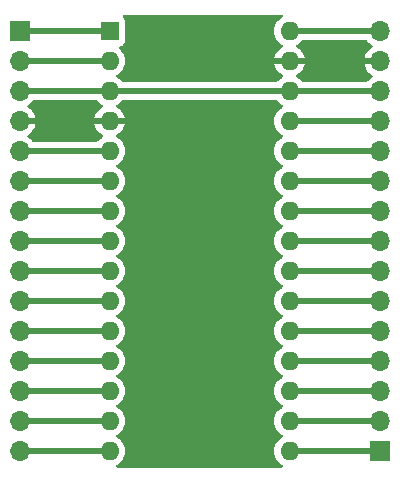
<source format=gbr>
%TF.GenerationSoftware,KiCad,Pcbnew,(6.0.11-0)*%
%TF.CreationDate,2023-01-30T19:10:04-05:00*%
%TF.ProjectId,Nano-Breakout,4e616e6f-2d42-4726-9561-6b6f75742e6b,1.0.0*%
%TF.SameCoordinates,Original*%
%TF.FileFunction,Copper,L1,Top*%
%TF.FilePolarity,Positive*%
%FSLAX46Y46*%
G04 Gerber Fmt 4.6, Leading zero omitted, Abs format (unit mm)*
G04 Created by KiCad (PCBNEW (6.0.11-0)) date 2023-01-30 19:10:04*
%MOMM*%
%LPD*%
G01*
G04 APERTURE LIST*
%TA.AperFunction,ComponentPad*%
%ADD10R,1.700000X1.700000*%
%TD*%
%TA.AperFunction,ComponentPad*%
%ADD11O,1.700000X1.700000*%
%TD*%
%TA.AperFunction,ComponentPad*%
%ADD12R,1.600000X1.600000*%
%TD*%
%TA.AperFunction,ComponentPad*%
%ADD13O,1.600000X1.600000*%
%TD*%
%TA.AperFunction,Conductor*%
%ADD14C,0.500000*%
%TD*%
G04 APERTURE END LIST*
D10*
%TO.P,J102,1,Pin_1*%
%TO.N,/D13*%
X163890000Y-107950000D03*
D11*
%TO.P,J102,2,Pin_2*%
%TO.N,+3V3*%
X163890000Y-105410000D03*
%TO.P,J102,3,Pin_3*%
%TO.N,Net-(A101-Pad18)*%
X163890000Y-102870000D03*
%TO.P,J102,4,Pin_4*%
%TO.N,Net-(A101-Pad19)*%
X163890000Y-100330000D03*
%TO.P,J102,5,Pin_5*%
%TO.N,Net-(A101-Pad20)*%
X163890000Y-97790000D03*
%TO.P,J102,6,Pin_6*%
%TO.N,Net-(A101-Pad21)*%
X163890000Y-95250000D03*
%TO.P,J102,7,Pin_7*%
%TO.N,Net-(A101-Pad22)*%
X163890000Y-92710000D03*
%TO.P,J102,8,Pin_8*%
%TO.N,Net-(A101-Pad23)*%
X163890000Y-90170000D03*
%TO.P,J102,9,Pin_9*%
%TO.N,Net-(A101-Pad24)*%
X163890000Y-87630000D03*
%TO.P,J102,10,Pin_10*%
%TO.N,Net-(A101-Pad25)*%
X163890000Y-85090000D03*
%TO.P,J102,11,Pin_11*%
%TO.N,Net-(A101-Pad26)*%
X163890000Y-82550000D03*
%TO.P,J102,12,Pin_12*%
%TO.N,+5V*%
X163890000Y-80010000D03*
%TO.P,J102,13,Pin_13*%
%TO.N,/~{RESET}*%
X163890000Y-77470000D03*
%TO.P,J102,14,Pin_14*%
%TO.N,GND*%
X163890000Y-74930000D03*
%TO.P,J102,15,Pin_15*%
%TO.N,VCC*%
X163890000Y-72390000D03*
%TD*%
D12*
%TO.P,A101,1,D1/TX*%
%TO.N,Net-(A101-Pad1)*%
X140970000Y-72390000D03*
D13*
%TO.P,A101,2,D0/RX*%
%TO.N,Net-(A101-Pad2)*%
X140970000Y-74930000D03*
%TO.P,A101,3,~{RESET}*%
%TO.N,/~{RESET}*%
X140970000Y-77470000D03*
%TO.P,A101,4,GND*%
%TO.N,GND*%
X140970000Y-80010000D03*
%TO.P,A101,5,D2*%
%TO.N,Net-(A101-Pad5)*%
X140970000Y-82550000D03*
%TO.P,A101,6,D3*%
%TO.N,Net-(A101-Pad6)*%
X140970000Y-85090000D03*
%TO.P,A101,7,D4*%
%TO.N,Net-(A101-Pad7)*%
X140970000Y-87630000D03*
%TO.P,A101,8,D5*%
%TO.N,Net-(A101-Pad8)*%
X140970000Y-90170000D03*
%TO.P,A101,9,D6*%
%TO.N,Net-(A101-Pad9)*%
X140970000Y-92710000D03*
%TO.P,A101,10,D7*%
%TO.N,Net-(A101-Pad10)*%
X140970000Y-95250000D03*
%TO.P,A101,11,D8*%
%TO.N,Net-(A101-Pad11)*%
X140970000Y-97790000D03*
%TO.P,A101,12,D9*%
%TO.N,Net-(A101-Pad12)*%
X140970000Y-100330000D03*
%TO.P,A101,13,D10*%
%TO.N,Net-(A101-Pad13)*%
X140970000Y-102870000D03*
%TO.P,A101,14,D11*%
%TO.N,Net-(A101-Pad14)*%
X140970000Y-105410000D03*
%TO.P,A101,15,D12*%
%TO.N,Net-(A101-Pad15)*%
X140970000Y-107950000D03*
%TO.P,A101,16,D13*%
%TO.N,/D13*%
X156210000Y-107950000D03*
%TO.P,A101,17,3V3*%
%TO.N,+3V3*%
X156210000Y-105410000D03*
%TO.P,A101,18,AREF*%
%TO.N,Net-(A101-Pad18)*%
X156210000Y-102870000D03*
%TO.P,A101,19,A0*%
%TO.N,Net-(A101-Pad19)*%
X156210000Y-100330000D03*
%TO.P,A101,20,A1*%
%TO.N,Net-(A101-Pad20)*%
X156210000Y-97790000D03*
%TO.P,A101,21,A2*%
%TO.N,Net-(A101-Pad21)*%
X156210000Y-95250000D03*
%TO.P,A101,22,A3*%
%TO.N,Net-(A101-Pad22)*%
X156210000Y-92710000D03*
%TO.P,A101,23,A4*%
%TO.N,Net-(A101-Pad23)*%
X156210000Y-90170000D03*
%TO.P,A101,24,A5*%
%TO.N,Net-(A101-Pad24)*%
X156210000Y-87630000D03*
%TO.P,A101,25,A6*%
%TO.N,Net-(A101-Pad25)*%
X156210000Y-85090000D03*
%TO.P,A101,26,A7*%
%TO.N,Net-(A101-Pad26)*%
X156210000Y-82550000D03*
%TO.P,A101,27,+5V*%
%TO.N,+5V*%
X156210000Y-80010000D03*
%TO.P,A101,28,~{RESET}*%
%TO.N,/~{RESET}*%
X156210000Y-77470000D03*
%TO.P,A101,29,GND*%
%TO.N,GND*%
X156210000Y-74930000D03*
%TO.P,A101,30,VIN*%
%TO.N,VCC*%
X156210000Y-72390000D03*
%TD*%
D10*
%TO.P,J101,1,Pin_1*%
%TO.N,Net-(A101-Pad1)*%
X133350000Y-72390000D03*
D11*
%TO.P,J101,2,Pin_2*%
%TO.N,Net-(A101-Pad2)*%
X133350000Y-74930000D03*
%TO.P,J101,3,Pin_3*%
%TO.N,/~{RESET}*%
X133350000Y-77470000D03*
%TO.P,J101,4,Pin_4*%
%TO.N,GND*%
X133350000Y-80010000D03*
%TO.P,J101,5,Pin_5*%
%TO.N,Net-(A101-Pad5)*%
X133350000Y-82550000D03*
%TO.P,J101,6,Pin_6*%
%TO.N,Net-(A101-Pad6)*%
X133350000Y-85090000D03*
%TO.P,J101,7,Pin_7*%
%TO.N,Net-(A101-Pad7)*%
X133350000Y-87630000D03*
%TO.P,J101,8,Pin_8*%
%TO.N,Net-(A101-Pad8)*%
X133350000Y-90170000D03*
%TO.P,J101,9,Pin_9*%
%TO.N,Net-(A101-Pad9)*%
X133350000Y-92710000D03*
%TO.P,J101,10,Pin_10*%
%TO.N,Net-(A101-Pad10)*%
X133350000Y-95250000D03*
%TO.P,J101,11,Pin_11*%
%TO.N,Net-(A101-Pad11)*%
X133350000Y-97790000D03*
%TO.P,J101,12,Pin_12*%
%TO.N,Net-(A101-Pad12)*%
X133350000Y-100330000D03*
%TO.P,J101,13,Pin_13*%
%TO.N,Net-(A101-Pad13)*%
X133350000Y-102870000D03*
%TO.P,J101,14,Pin_14*%
%TO.N,Net-(A101-Pad14)*%
X133350000Y-105410000D03*
%TO.P,J101,15,Pin_15*%
%TO.N,Net-(A101-Pad15)*%
X133350000Y-107950000D03*
%TD*%
D14*
%TO.N,Net-(A101-Pad1)*%
X133350000Y-72390000D02*
X140970000Y-72390000D01*
%TO.N,Net-(A101-Pad2)*%
X133350000Y-74930000D02*
X140970000Y-74930000D01*
%TO.N,/~{RESET}*%
X133350000Y-77470000D02*
X140970000Y-77470000D01*
X156210000Y-77470000D02*
X140970000Y-77470000D01*
X163890000Y-77470000D02*
X156210000Y-77470000D01*
%TO.N,Net-(A101-Pad5)*%
X133350000Y-82550000D02*
X140970000Y-82550000D01*
%TO.N,Net-(A101-Pad6)*%
X133350000Y-85090000D02*
X140970000Y-85090000D01*
%TO.N,Net-(A101-Pad7)*%
X133350000Y-87630000D02*
X140970000Y-87630000D01*
%TO.N,Net-(A101-Pad8)*%
X133350000Y-90170000D02*
X140970000Y-90170000D01*
%TO.N,Net-(A101-Pad9)*%
X133350000Y-92710000D02*
X140970000Y-92710000D01*
%TO.N,Net-(A101-Pad10)*%
X133350000Y-95250000D02*
X140970000Y-95250000D01*
%TO.N,Net-(A101-Pad11)*%
X133350000Y-97790000D02*
X140970000Y-97790000D01*
%TO.N,Net-(A101-Pad12)*%
X133350000Y-100330000D02*
X140970000Y-100330000D01*
%TO.N,Net-(A101-Pad13)*%
X133350000Y-102870000D02*
X140970000Y-102870000D01*
%TO.N,Net-(A101-Pad14)*%
X133350000Y-105410000D02*
X140970000Y-105410000D01*
%TO.N,Net-(A101-Pad15)*%
X133350000Y-107950000D02*
X140970000Y-107950000D01*
%TO.N,/D13*%
X163890000Y-107950000D02*
X156210000Y-107950000D01*
%TO.N,+3V3*%
X163890000Y-105410000D02*
X156210000Y-105410000D01*
%TO.N,Net-(A101-Pad18)*%
X163890000Y-102870000D02*
X156210000Y-102870000D01*
%TO.N,Net-(A101-Pad19)*%
X163890000Y-100330000D02*
X156210000Y-100330000D01*
%TO.N,Net-(A101-Pad20)*%
X163890000Y-97790000D02*
X156210000Y-97790000D01*
%TO.N,Net-(A101-Pad21)*%
X163890000Y-95250000D02*
X156210000Y-95250000D01*
%TO.N,Net-(A101-Pad22)*%
X163890000Y-92710000D02*
X156210000Y-92710000D01*
%TO.N,Net-(A101-Pad23)*%
X163890000Y-90170000D02*
X162560000Y-90170000D01*
X162560000Y-90170000D02*
X156210000Y-90170000D01*
%TO.N,Net-(A101-Pad24)*%
X163890000Y-87630000D02*
X156210000Y-87630000D01*
%TO.N,Net-(A101-Pad25)*%
X163890000Y-85090000D02*
X156210000Y-85090000D01*
%TO.N,Net-(A101-Pad26)*%
X163890000Y-82550000D02*
X156210000Y-82550000D01*
%TO.N,+5V*%
X163890000Y-80010000D02*
X156210000Y-80010000D01*
%TO.N,VCC*%
X163890000Y-72390000D02*
X156210000Y-72390000D01*
%TD*%
%TA.AperFunction,Conductor*%
%TO.N,GND*%
G36*
X139906254Y-78248502D02*
G01*
X139941345Y-78282228D01*
X139963802Y-78314300D01*
X140125700Y-78476198D01*
X140130208Y-78479355D01*
X140130211Y-78479357D01*
X140170445Y-78507529D01*
X140313251Y-78607523D01*
X140318233Y-78609846D01*
X140318238Y-78609849D01*
X140353049Y-78626081D01*
X140406334Y-78672998D01*
X140425795Y-78741275D01*
X140405253Y-78809235D01*
X140353049Y-78854471D01*
X140318489Y-78870586D01*
X140308993Y-78876069D01*
X140130533Y-79001028D01*
X140122125Y-79008084D01*
X139968084Y-79162125D01*
X139961028Y-79170533D01*
X139836069Y-79348993D01*
X139830586Y-79358489D01*
X139738510Y-79555947D01*
X139734764Y-79566239D01*
X139688606Y-79738503D01*
X139688942Y-79752599D01*
X139696884Y-79756000D01*
X142237967Y-79756000D01*
X142251498Y-79752027D01*
X142252727Y-79743478D01*
X142205236Y-79566239D01*
X142201490Y-79555947D01*
X142109414Y-79358489D01*
X142103931Y-79348993D01*
X141978972Y-79170533D01*
X141971916Y-79162125D01*
X141817875Y-79008084D01*
X141809467Y-79001028D01*
X141631007Y-78876069D01*
X141621511Y-78870586D01*
X141586951Y-78854471D01*
X141533666Y-78807554D01*
X141514205Y-78739277D01*
X141534747Y-78671317D01*
X141586951Y-78626081D01*
X141621762Y-78609849D01*
X141621767Y-78609846D01*
X141626749Y-78607523D01*
X141769555Y-78507529D01*
X141809789Y-78479357D01*
X141809792Y-78479355D01*
X141814300Y-78476198D01*
X141976198Y-78314300D01*
X141998655Y-78282229D01*
X142054110Y-78237901D01*
X142101867Y-78228500D01*
X155078133Y-78228500D01*
X155146254Y-78248502D01*
X155181345Y-78282228D01*
X155203802Y-78314300D01*
X155365700Y-78476198D01*
X155370208Y-78479355D01*
X155370211Y-78479357D01*
X155410445Y-78507529D01*
X155553251Y-78607523D01*
X155558233Y-78609846D01*
X155558238Y-78609849D01*
X155592457Y-78625805D01*
X155645742Y-78672722D01*
X155665203Y-78740999D01*
X155644661Y-78808959D01*
X155592457Y-78854195D01*
X155558238Y-78870151D01*
X155558233Y-78870154D01*
X155553251Y-78872477D01*
X155448389Y-78945902D01*
X155370211Y-79000643D01*
X155370208Y-79000645D01*
X155365700Y-79003802D01*
X155203802Y-79165700D01*
X155200645Y-79170208D01*
X155200643Y-79170211D01*
X155191740Y-79182926D01*
X155072477Y-79353251D01*
X155070154Y-79358233D01*
X155070151Y-79358238D01*
X155064287Y-79370814D01*
X154975716Y-79560757D01*
X154974294Y-79566065D01*
X154974293Y-79566067D01*
X154917881Y-79776598D01*
X154916457Y-79781913D01*
X154896502Y-80010000D01*
X154916457Y-80238087D01*
X154917881Y-80243400D01*
X154917881Y-80243402D01*
X154924124Y-80266699D01*
X154975716Y-80459243D01*
X154978039Y-80464224D01*
X154978039Y-80464225D01*
X155070151Y-80661762D01*
X155070154Y-80661767D01*
X155072477Y-80666749D01*
X155132389Y-80752312D01*
X155194003Y-80840305D01*
X155203802Y-80854300D01*
X155365700Y-81016198D01*
X155370208Y-81019355D01*
X155370211Y-81019357D01*
X155419931Y-81054171D01*
X155553251Y-81147523D01*
X155558233Y-81149846D01*
X155558238Y-81149849D01*
X155592457Y-81165805D01*
X155645742Y-81212722D01*
X155665203Y-81280999D01*
X155644661Y-81348959D01*
X155592457Y-81394195D01*
X155558238Y-81410151D01*
X155558233Y-81410154D01*
X155553251Y-81412477D01*
X155448389Y-81485902D01*
X155370211Y-81540643D01*
X155370208Y-81540645D01*
X155365700Y-81543802D01*
X155203802Y-81705700D01*
X155200645Y-81710208D01*
X155200643Y-81710211D01*
X155184027Y-81733941D01*
X155072477Y-81893251D01*
X155070154Y-81898233D01*
X155070151Y-81898238D01*
X154985719Y-82079305D01*
X154975716Y-82100757D01*
X154974294Y-82106065D01*
X154974293Y-82106067D01*
X154917881Y-82316598D01*
X154916457Y-82321913D01*
X154896502Y-82550000D01*
X154916457Y-82778087D01*
X154917881Y-82783400D01*
X154917881Y-82783402D01*
X154924124Y-82806699D01*
X154975716Y-82999243D01*
X154978039Y-83004224D01*
X154978039Y-83004225D01*
X155070151Y-83201762D01*
X155070154Y-83201767D01*
X155072477Y-83206749D01*
X155132389Y-83292312D01*
X155194003Y-83380305D01*
X155203802Y-83394300D01*
X155365700Y-83556198D01*
X155370208Y-83559355D01*
X155370211Y-83559357D01*
X155410445Y-83587529D01*
X155553251Y-83687523D01*
X155558233Y-83689846D01*
X155558238Y-83689849D01*
X155592457Y-83705805D01*
X155645742Y-83752722D01*
X155665203Y-83820999D01*
X155644661Y-83888959D01*
X155592457Y-83934195D01*
X155558238Y-83950151D01*
X155558233Y-83950154D01*
X155553251Y-83952477D01*
X155448389Y-84025902D01*
X155370211Y-84080643D01*
X155370208Y-84080645D01*
X155365700Y-84083802D01*
X155203802Y-84245700D01*
X155200645Y-84250208D01*
X155200643Y-84250211D01*
X155184027Y-84273941D01*
X155072477Y-84433251D01*
X155070154Y-84438233D01*
X155070151Y-84438238D01*
X154985719Y-84619305D01*
X154975716Y-84640757D01*
X154974294Y-84646065D01*
X154974293Y-84646067D01*
X154917881Y-84856598D01*
X154916457Y-84861913D01*
X154896502Y-85090000D01*
X154916457Y-85318087D01*
X154917881Y-85323400D01*
X154917881Y-85323402D01*
X154924124Y-85346699D01*
X154975716Y-85539243D01*
X154978039Y-85544224D01*
X154978039Y-85544225D01*
X155070151Y-85741762D01*
X155070154Y-85741767D01*
X155072477Y-85746749D01*
X155132389Y-85832312D01*
X155194003Y-85920305D01*
X155203802Y-85934300D01*
X155365700Y-86096198D01*
X155370208Y-86099355D01*
X155370211Y-86099357D01*
X155410445Y-86127529D01*
X155553251Y-86227523D01*
X155558233Y-86229846D01*
X155558238Y-86229849D01*
X155592457Y-86245805D01*
X155645742Y-86292722D01*
X155665203Y-86360999D01*
X155644661Y-86428959D01*
X155592457Y-86474195D01*
X155558238Y-86490151D01*
X155558233Y-86490154D01*
X155553251Y-86492477D01*
X155448389Y-86565902D01*
X155370211Y-86620643D01*
X155370208Y-86620645D01*
X155365700Y-86623802D01*
X155203802Y-86785700D01*
X155200645Y-86790208D01*
X155200643Y-86790211D01*
X155184027Y-86813941D01*
X155072477Y-86973251D01*
X155070154Y-86978233D01*
X155070151Y-86978238D01*
X154985719Y-87159305D01*
X154975716Y-87180757D01*
X154974294Y-87186065D01*
X154974293Y-87186067D01*
X154917881Y-87396598D01*
X154916457Y-87401913D01*
X154896502Y-87630000D01*
X154916457Y-87858087D01*
X154917881Y-87863400D01*
X154917881Y-87863402D01*
X154924124Y-87886699D01*
X154975716Y-88079243D01*
X154978039Y-88084224D01*
X154978039Y-88084225D01*
X155070151Y-88281762D01*
X155070154Y-88281767D01*
X155072477Y-88286749D01*
X155132389Y-88372312D01*
X155194003Y-88460305D01*
X155203802Y-88474300D01*
X155365700Y-88636198D01*
X155370208Y-88639355D01*
X155370211Y-88639357D01*
X155410445Y-88667529D01*
X155553251Y-88767523D01*
X155558233Y-88769846D01*
X155558238Y-88769849D01*
X155592457Y-88785805D01*
X155645742Y-88832722D01*
X155665203Y-88900999D01*
X155644661Y-88968959D01*
X155592457Y-89014195D01*
X155558238Y-89030151D01*
X155558233Y-89030154D01*
X155553251Y-89032477D01*
X155448389Y-89105902D01*
X155370211Y-89160643D01*
X155370208Y-89160645D01*
X155365700Y-89163802D01*
X155203802Y-89325700D01*
X155200645Y-89330208D01*
X155200643Y-89330211D01*
X155184027Y-89353941D01*
X155072477Y-89513251D01*
X155070154Y-89518233D01*
X155070151Y-89518238D01*
X154985719Y-89699305D01*
X154975716Y-89720757D01*
X154974294Y-89726065D01*
X154974293Y-89726067D01*
X154917881Y-89936598D01*
X154916457Y-89941913D01*
X154896502Y-90170000D01*
X154916457Y-90398087D01*
X154917881Y-90403400D01*
X154917881Y-90403402D01*
X154924124Y-90426699D01*
X154975716Y-90619243D01*
X154978039Y-90624224D01*
X154978039Y-90624225D01*
X155070151Y-90821762D01*
X155070154Y-90821767D01*
X155072477Y-90826749D01*
X155132389Y-90912312D01*
X155194003Y-91000305D01*
X155203802Y-91014300D01*
X155365700Y-91176198D01*
X155370208Y-91179355D01*
X155370211Y-91179357D01*
X155410445Y-91207529D01*
X155553251Y-91307523D01*
X155558233Y-91309846D01*
X155558238Y-91309849D01*
X155592457Y-91325805D01*
X155645742Y-91372722D01*
X155665203Y-91440999D01*
X155644661Y-91508959D01*
X155592457Y-91554195D01*
X155558238Y-91570151D01*
X155558233Y-91570154D01*
X155553251Y-91572477D01*
X155448389Y-91645902D01*
X155370211Y-91700643D01*
X155370208Y-91700645D01*
X155365700Y-91703802D01*
X155203802Y-91865700D01*
X155200645Y-91870208D01*
X155200643Y-91870211D01*
X155184027Y-91893941D01*
X155072477Y-92053251D01*
X155070154Y-92058233D01*
X155070151Y-92058238D01*
X154985719Y-92239305D01*
X154975716Y-92260757D01*
X154974294Y-92266065D01*
X154974293Y-92266067D01*
X154917881Y-92476598D01*
X154916457Y-92481913D01*
X154896502Y-92710000D01*
X154916457Y-92938087D01*
X154917881Y-92943400D01*
X154917881Y-92943402D01*
X154924124Y-92966699D01*
X154975716Y-93159243D01*
X154978039Y-93164224D01*
X154978039Y-93164225D01*
X155070151Y-93361762D01*
X155070154Y-93361767D01*
X155072477Y-93366749D01*
X155132389Y-93452312D01*
X155194003Y-93540305D01*
X155203802Y-93554300D01*
X155365700Y-93716198D01*
X155370208Y-93719355D01*
X155370211Y-93719357D01*
X155410445Y-93747529D01*
X155553251Y-93847523D01*
X155558233Y-93849846D01*
X155558238Y-93849849D01*
X155592457Y-93865805D01*
X155645742Y-93912722D01*
X155665203Y-93980999D01*
X155644661Y-94048959D01*
X155592457Y-94094195D01*
X155558238Y-94110151D01*
X155558233Y-94110154D01*
X155553251Y-94112477D01*
X155448389Y-94185902D01*
X155370211Y-94240643D01*
X155370208Y-94240645D01*
X155365700Y-94243802D01*
X155203802Y-94405700D01*
X155200645Y-94410208D01*
X155200643Y-94410211D01*
X155184027Y-94433941D01*
X155072477Y-94593251D01*
X155070154Y-94598233D01*
X155070151Y-94598238D01*
X154985719Y-94779305D01*
X154975716Y-94800757D01*
X154974294Y-94806065D01*
X154974293Y-94806067D01*
X154917881Y-95016598D01*
X154916457Y-95021913D01*
X154896502Y-95250000D01*
X154916457Y-95478087D01*
X154917881Y-95483400D01*
X154917881Y-95483402D01*
X154924124Y-95506699D01*
X154975716Y-95699243D01*
X154978039Y-95704224D01*
X154978039Y-95704225D01*
X155070151Y-95901762D01*
X155070154Y-95901767D01*
X155072477Y-95906749D01*
X155132389Y-95992312D01*
X155194003Y-96080305D01*
X155203802Y-96094300D01*
X155365700Y-96256198D01*
X155370208Y-96259355D01*
X155370211Y-96259357D01*
X155410445Y-96287529D01*
X155553251Y-96387523D01*
X155558233Y-96389846D01*
X155558238Y-96389849D01*
X155592457Y-96405805D01*
X155645742Y-96452722D01*
X155665203Y-96520999D01*
X155644661Y-96588959D01*
X155592457Y-96634195D01*
X155558238Y-96650151D01*
X155558233Y-96650154D01*
X155553251Y-96652477D01*
X155448389Y-96725902D01*
X155370211Y-96780643D01*
X155370208Y-96780645D01*
X155365700Y-96783802D01*
X155203802Y-96945700D01*
X155200645Y-96950208D01*
X155200643Y-96950211D01*
X155184027Y-96973941D01*
X155072477Y-97133251D01*
X155070154Y-97138233D01*
X155070151Y-97138238D01*
X154985719Y-97319305D01*
X154975716Y-97340757D01*
X154974294Y-97346065D01*
X154974293Y-97346067D01*
X154917881Y-97556598D01*
X154916457Y-97561913D01*
X154896502Y-97790000D01*
X154916457Y-98018087D01*
X154917881Y-98023400D01*
X154917881Y-98023402D01*
X154924124Y-98046699D01*
X154975716Y-98239243D01*
X154978039Y-98244224D01*
X154978039Y-98244225D01*
X155070151Y-98441762D01*
X155070154Y-98441767D01*
X155072477Y-98446749D01*
X155132389Y-98532312D01*
X155194003Y-98620305D01*
X155203802Y-98634300D01*
X155365700Y-98796198D01*
X155370208Y-98799355D01*
X155370211Y-98799357D01*
X155410445Y-98827529D01*
X155553251Y-98927523D01*
X155558233Y-98929846D01*
X155558238Y-98929849D01*
X155592457Y-98945805D01*
X155645742Y-98992722D01*
X155665203Y-99060999D01*
X155644661Y-99128959D01*
X155592457Y-99174195D01*
X155558238Y-99190151D01*
X155558233Y-99190154D01*
X155553251Y-99192477D01*
X155448389Y-99265902D01*
X155370211Y-99320643D01*
X155370208Y-99320645D01*
X155365700Y-99323802D01*
X155203802Y-99485700D01*
X155200645Y-99490208D01*
X155200643Y-99490211D01*
X155184027Y-99513941D01*
X155072477Y-99673251D01*
X155070154Y-99678233D01*
X155070151Y-99678238D01*
X154985719Y-99859305D01*
X154975716Y-99880757D01*
X154974294Y-99886065D01*
X154974293Y-99886067D01*
X154917881Y-100096598D01*
X154916457Y-100101913D01*
X154896502Y-100330000D01*
X154916457Y-100558087D01*
X154917881Y-100563400D01*
X154917881Y-100563402D01*
X154924124Y-100586699D01*
X154975716Y-100779243D01*
X154978039Y-100784224D01*
X154978039Y-100784225D01*
X155070151Y-100981762D01*
X155070154Y-100981767D01*
X155072477Y-100986749D01*
X155132389Y-101072312D01*
X155194003Y-101160305D01*
X155203802Y-101174300D01*
X155365700Y-101336198D01*
X155370208Y-101339355D01*
X155370211Y-101339357D01*
X155410445Y-101367529D01*
X155553251Y-101467523D01*
X155558233Y-101469846D01*
X155558238Y-101469849D01*
X155592457Y-101485805D01*
X155645742Y-101532722D01*
X155665203Y-101600999D01*
X155644661Y-101668959D01*
X155592457Y-101714195D01*
X155558238Y-101730151D01*
X155558233Y-101730154D01*
X155553251Y-101732477D01*
X155448389Y-101805902D01*
X155370211Y-101860643D01*
X155370208Y-101860645D01*
X155365700Y-101863802D01*
X155203802Y-102025700D01*
X155200645Y-102030208D01*
X155200643Y-102030211D01*
X155184027Y-102053941D01*
X155072477Y-102213251D01*
X155070154Y-102218233D01*
X155070151Y-102218238D01*
X154985719Y-102399305D01*
X154975716Y-102420757D01*
X154974294Y-102426065D01*
X154974293Y-102426067D01*
X154917881Y-102636598D01*
X154916457Y-102641913D01*
X154896502Y-102870000D01*
X154916457Y-103098087D01*
X154917881Y-103103400D01*
X154917881Y-103103402D01*
X154924124Y-103126699D01*
X154975716Y-103319243D01*
X154978039Y-103324224D01*
X154978039Y-103324225D01*
X155070151Y-103521762D01*
X155070154Y-103521767D01*
X155072477Y-103526749D01*
X155132389Y-103612312D01*
X155194003Y-103700305D01*
X155203802Y-103714300D01*
X155365700Y-103876198D01*
X155370208Y-103879355D01*
X155370211Y-103879357D01*
X155410445Y-103907529D01*
X155553251Y-104007523D01*
X155558233Y-104009846D01*
X155558238Y-104009849D01*
X155592457Y-104025805D01*
X155645742Y-104072722D01*
X155665203Y-104140999D01*
X155644661Y-104208959D01*
X155592457Y-104254195D01*
X155558238Y-104270151D01*
X155558233Y-104270154D01*
X155553251Y-104272477D01*
X155448389Y-104345902D01*
X155370211Y-104400643D01*
X155370208Y-104400645D01*
X155365700Y-104403802D01*
X155203802Y-104565700D01*
X155200645Y-104570208D01*
X155200643Y-104570211D01*
X155184027Y-104593941D01*
X155072477Y-104753251D01*
X155070154Y-104758233D01*
X155070151Y-104758238D01*
X154985719Y-104939305D01*
X154975716Y-104960757D01*
X154974294Y-104966065D01*
X154974293Y-104966067D01*
X154917881Y-105176598D01*
X154916457Y-105181913D01*
X154896502Y-105410000D01*
X154916457Y-105638087D01*
X154917881Y-105643400D01*
X154917881Y-105643402D01*
X154924124Y-105666699D01*
X154975716Y-105859243D01*
X154978039Y-105864224D01*
X154978039Y-105864225D01*
X155070151Y-106061762D01*
X155070154Y-106061767D01*
X155072477Y-106066749D01*
X155132389Y-106152312D01*
X155194003Y-106240305D01*
X155203802Y-106254300D01*
X155365700Y-106416198D01*
X155370208Y-106419355D01*
X155370211Y-106419357D01*
X155415649Y-106451173D01*
X155553251Y-106547523D01*
X155558233Y-106549846D01*
X155558238Y-106549849D01*
X155592457Y-106565805D01*
X155645742Y-106612722D01*
X155665203Y-106680999D01*
X155644661Y-106748959D01*
X155592457Y-106794195D01*
X155558238Y-106810151D01*
X155558233Y-106810154D01*
X155553251Y-106812477D01*
X155505220Y-106846109D01*
X155370211Y-106940643D01*
X155370208Y-106940645D01*
X155365700Y-106943802D01*
X155203802Y-107105700D01*
X155072477Y-107293251D01*
X155070154Y-107298233D01*
X155070151Y-107298238D01*
X154985719Y-107479305D01*
X154975716Y-107500757D01*
X154974294Y-107506065D01*
X154974293Y-107506067D01*
X154917881Y-107716598D01*
X154916457Y-107721913D01*
X154896502Y-107950000D01*
X154916457Y-108178087D01*
X154975716Y-108399243D01*
X154978039Y-108404224D01*
X154978039Y-108404225D01*
X155070151Y-108601762D01*
X155070154Y-108601767D01*
X155072477Y-108606749D01*
X155143724Y-108708500D01*
X155179078Y-108758990D01*
X155203802Y-108794300D01*
X155365700Y-108956198D01*
X155370208Y-108959355D01*
X155370211Y-108959357D01*
X155410445Y-108987529D01*
X155553251Y-109087523D01*
X155558233Y-109089846D01*
X155558238Y-109089849D01*
X155593529Y-109106305D01*
X155646814Y-109153222D01*
X155666275Y-109221500D01*
X155645733Y-109289460D01*
X155591710Y-109335525D01*
X155540279Y-109346500D01*
X141639721Y-109346500D01*
X141571600Y-109326498D01*
X141525107Y-109272842D01*
X141515003Y-109202568D01*
X141544497Y-109137988D01*
X141586471Y-109106305D01*
X141621762Y-109089849D01*
X141621767Y-109089846D01*
X141626749Y-109087523D01*
X141769555Y-108987529D01*
X141809789Y-108959357D01*
X141809792Y-108959355D01*
X141814300Y-108956198D01*
X141976198Y-108794300D01*
X142000923Y-108758990D01*
X142036276Y-108708500D01*
X142107523Y-108606749D01*
X142109846Y-108601767D01*
X142109849Y-108601762D01*
X142201961Y-108404225D01*
X142201961Y-108404224D01*
X142204284Y-108399243D01*
X142263543Y-108178087D01*
X142283498Y-107950000D01*
X142263543Y-107721913D01*
X142262119Y-107716598D01*
X142205707Y-107506067D01*
X142205706Y-107506065D01*
X142204284Y-107500757D01*
X142194281Y-107479305D01*
X142109849Y-107298238D01*
X142109846Y-107298233D01*
X142107523Y-107293251D01*
X141976198Y-107105700D01*
X141814300Y-106943802D01*
X141809792Y-106940645D01*
X141809789Y-106940643D01*
X141674780Y-106846109D01*
X141626749Y-106812477D01*
X141621767Y-106810154D01*
X141621762Y-106810151D01*
X141587543Y-106794195D01*
X141534258Y-106747278D01*
X141514797Y-106679001D01*
X141535339Y-106611041D01*
X141587543Y-106565805D01*
X141621762Y-106549849D01*
X141621767Y-106549846D01*
X141626749Y-106547523D01*
X141764351Y-106451173D01*
X141809789Y-106419357D01*
X141809792Y-106419355D01*
X141814300Y-106416198D01*
X141976198Y-106254300D01*
X141985998Y-106240305D01*
X142047611Y-106152312D01*
X142107523Y-106066749D01*
X142109846Y-106061767D01*
X142109849Y-106061762D01*
X142201961Y-105864225D01*
X142201961Y-105864224D01*
X142204284Y-105859243D01*
X142255877Y-105666699D01*
X142262119Y-105643402D01*
X142262119Y-105643400D01*
X142263543Y-105638087D01*
X142283498Y-105410000D01*
X142263543Y-105181913D01*
X142262119Y-105176598D01*
X142205707Y-104966067D01*
X142205706Y-104966065D01*
X142204284Y-104960757D01*
X142194281Y-104939305D01*
X142109849Y-104758238D01*
X142109846Y-104758233D01*
X142107523Y-104753251D01*
X141995973Y-104593941D01*
X141979357Y-104570211D01*
X141979355Y-104570208D01*
X141976198Y-104565700D01*
X141814300Y-104403802D01*
X141809792Y-104400645D01*
X141809789Y-104400643D01*
X141731611Y-104345902D01*
X141626749Y-104272477D01*
X141621767Y-104270154D01*
X141621762Y-104270151D01*
X141587543Y-104254195D01*
X141534258Y-104207278D01*
X141514797Y-104139001D01*
X141535339Y-104071041D01*
X141587543Y-104025805D01*
X141621762Y-104009849D01*
X141621767Y-104009846D01*
X141626749Y-104007523D01*
X141769555Y-103907529D01*
X141809789Y-103879357D01*
X141809792Y-103879355D01*
X141814300Y-103876198D01*
X141976198Y-103714300D01*
X141985998Y-103700305D01*
X142047611Y-103612312D01*
X142107523Y-103526749D01*
X142109846Y-103521767D01*
X142109849Y-103521762D01*
X142201961Y-103324225D01*
X142201961Y-103324224D01*
X142204284Y-103319243D01*
X142255877Y-103126699D01*
X142262119Y-103103402D01*
X142262119Y-103103400D01*
X142263543Y-103098087D01*
X142283498Y-102870000D01*
X142263543Y-102641913D01*
X142262119Y-102636598D01*
X142205707Y-102426067D01*
X142205706Y-102426065D01*
X142204284Y-102420757D01*
X142194281Y-102399305D01*
X142109849Y-102218238D01*
X142109846Y-102218233D01*
X142107523Y-102213251D01*
X141995973Y-102053941D01*
X141979357Y-102030211D01*
X141979355Y-102030208D01*
X141976198Y-102025700D01*
X141814300Y-101863802D01*
X141809792Y-101860645D01*
X141809789Y-101860643D01*
X141731611Y-101805902D01*
X141626749Y-101732477D01*
X141621767Y-101730154D01*
X141621762Y-101730151D01*
X141587543Y-101714195D01*
X141534258Y-101667278D01*
X141514797Y-101599001D01*
X141535339Y-101531041D01*
X141587543Y-101485805D01*
X141621762Y-101469849D01*
X141621767Y-101469846D01*
X141626749Y-101467523D01*
X141769555Y-101367529D01*
X141809789Y-101339357D01*
X141809792Y-101339355D01*
X141814300Y-101336198D01*
X141976198Y-101174300D01*
X141985998Y-101160305D01*
X142047611Y-101072312D01*
X142107523Y-100986749D01*
X142109846Y-100981767D01*
X142109849Y-100981762D01*
X142201961Y-100784225D01*
X142201961Y-100784224D01*
X142204284Y-100779243D01*
X142255877Y-100586699D01*
X142262119Y-100563402D01*
X142262119Y-100563400D01*
X142263543Y-100558087D01*
X142283498Y-100330000D01*
X142263543Y-100101913D01*
X142262119Y-100096598D01*
X142205707Y-99886067D01*
X142205706Y-99886065D01*
X142204284Y-99880757D01*
X142194281Y-99859305D01*
X142109849Y-99678238D01*
X142109846Y-99678233D01*
X142107523Y-99673251D01*
X141995973Y-99513941D01*
X141979357Y-99490211D01*
X141979355Y-99490208D01*
X141976198Y-99485700D01*
X141814300Y-99323802D01*
X141809792Y-99320645D01*
X141809789Y-99320643D01*
X141731611Y-99265902D01*
X141626749Y-99192477D01*
X141621767Y-99190154D01*
X141621762Y-99190151D01*
X141587543Y-99174195D01*
X141534258Y-99127278D01*
X141514797Y-99059001D01*
X141535339Y-98991041D01*
X141587543Y-98945805D01*
X141621762Y-98929849D01*
X141621767Y-98929846D01*
X141626749Y-98927523D01*
X141769555Y-98827529D01*
X141809789Y-98799357D01*
X141809792Y-98799355D01*
X141814300Y-98796198D01*
X141976198Y-98634300D01*
X141985998Y-98620305D01*
X142047611Y-98532312D01*
X142107523Y-98446749D01*
X142109846Y-98441767D01*
X142109849Y-98441762D01*
X142201961Y-98244225D01*
X142201961Y-98244224D01*
X142204284Y-98239243D01*
X142255877Y-98046699D01*
X142262119Y-98023402D01*
X142262119Y-98023400D01*
X142263543Y-98018087D01*
X142283498Y-97790000D01*
X142263543Y-97561913D01*
X142262119Y-97556598D01*
X142205707Y-97346067D01*
X142205706Y-97346065D01*
X142204284Y-97340757D01*
X142194281Y-97319305D01*
X142109849Y-97138238D01*
X142109846Y-97138233D01*
X142107523Y-97133251D01*
X141995973Y-96973941D01*
X141979357Y-96950211D01*
X141979355Y-96950208D01*
X141976198Y-96945700D01*
X141814300Y-96783802D01*
X141809792Y-96780645D01*
X141809789Y-96780643D01*
X141731611Y-96725902D01*
X141626749Y-96652477D01*
X141621767Y-96650154D01*
X141621762Y-96650151D01*
X141587543Y-96634195D01*
X141534258Y-96587278D01*
X141514797Y-96519001D01*
X141535339Y-96451041D01*
X141587543Y-96405805D01*
X141621762Y-96389849D01*
X141621767Y-96389846D01*
X141626749Y-96387523D01*
X141769555Y-96287529D01*
X141809789Y-96259357D01*
X141809792Y-96259355D01*
X141814300Y-96256198D01*
X141976198Y-96094300D01*
X141985998Y-96080305D01*
X142047611Y-95992312D01*
X142107523Y-95906749D01*
X142109846Y-95901767D01*
X142109849Y-95901762D01*
X142201961Y-95704225D01*
X142201961Y-95704224D01*
X142204284Y-95699243D01*
X142255877Y-95506699D01*
X142262119Y-95483402D01*
X142262119Y-95483400D01*
X142263543Y-95478087D01*
X142283498Y-95250000D01*
X142263543Y-95021913D01*
X142262119Y-95016598D01*
X142205707Y-94806067D01*
X142205706Y-94806065D01*
X142204284Y-94800757D01*
X142194281Y-94779305D01*
X142109849Y-94598238D01*
X142109846Y-94598233D01*
X142107523Y-94593251D01*
X141995973Y-94433941D01*
X141979357Y-94410211D01*
X141979355Y-94410208D01*
X141976198Y-94405700D01*
X141814300Y-94243802D01*
X141809792Y-94240645D01*
X141809789Y-94240643D01*
X141731611Y-94185902D01*
X141626749Y-94112477D01*
X141621767Y-94110154D01*
X141621762Y-94110151D01*
X141587543Y-94094195D01*
X141534258Y-94047278D01*
X141514797Y-93979001D01*
X141535339Y-93911041D01*
X141587543Y-93865805D01*
X141621762Y-93849849D01*
X141621767Y-93849846D01*
X141626749Y-93847523D01*
X141769555Y-93747529D01*
X141809789Y-93719357D01*
X141809792Y-93719355D01*
X141814300Y-93716198D01*
X141976198Y-93554300D01*
X141985998Y-93540305D01*
X142047611Y-93452312D01*
X142107523Y-93366749D01*
X142109846Y-93361767D01*
X142109849Y-93361762D01*
X142201961Y-93164225D01*
X142201961Y-93164224D01*
X142204284Y-93159243D01*
X142255877Y-92966699D01*
X142262119Y-92943402D01*
X142262119Y-92943400D01*
X142263543Y-92938087D01*
X142283498Y-92710000D01*
X142263543Y-92481913D01*
X142262119Y-92476598D01*
X142205707Y-92266067D01*
X142205706Y-92266065D01*
X142204284Y-92260757D01*
X142194281Y-92239305D01*
X142109849Y-92058238D01*
X142109846Y-92058233D01*
X142107523Y-92053251D01*
X141995973Y-91893941D01*
X141979357Y-91870211D01*
X141979355Y-91870208D01*
X141976198Y-91865700D01*
X141814300Y-91703802D01*
X141809792Y-91700645D01*
X141809789Y-91700643D01*
X141731611Y-91645902D01*
X141626749Y-91572477D01*
X141621767Y-91570154D01*
X141621762Y-91570151D01*
X141587543Y-91554195D01*
X141534258Y-91507278D01*
X141514797Y-91439001D01*
X141535339Y-91371041D01*
X141587543Y-91325805D01*
X141621762Y-91309849D01*
X141621767Y-91309846D01*
X141626749Y-91307523D01*
X141769555Y-91207529D01*
X141809789Y-91179357D01*
X141809792Y-91179355D01*
X141814300Y-91176198D01*
X141976198Y-91014300D01*
X141985998Y-91000305D01*
X142047611Y-90912312D01*
X142107523Y-90826749D01*
X142109846Y-90821767D01*
X142109849Y-90821762D01*
X142201961Y-90624225D01*
X142201961Y-90624224D01*
X142204284Y-90619243D01*
X142255877Y-90426699D01*
X142262119Y-90403402D01*
X142262119Y-90403400D01*
X142263543Y-90398087D01*
X142283498Y-90170000D01*
X142263543Y-89941913D01*
X142262119Y-89936598D01*
X142205707Y-89726067D01*
X142205706Y-89726065D01*
X142204284Y-89720757D01*
X142194281Y-89699305D01*
X142109849Y-89518238D01*
X142109846Y-89518233D01*
X142107523Y-89513251D01*
X141995973Y-89353941D01*
X141979357Y-89330211D01*
X141979355Y-89330208D01*
X141976198Y-89325700D01*
X141814300Y-89163802D01*
X141809792Y-89160645D01*
X141809789Y-89160643D01*
X141731611Y-89105902D01*
X141626749Y-89032477D01*
X141621767Y-89030154D01*
X141621762Y-89030151D01*
X141587543Y-89014195D01*
X141534258Y-88967278D01*
X141514797Y-88899001D01*
X141535339Y-88831041D01*
X141587543Y-88785805D01*
X141621762Y-88769849D01*
X141621767Y-88769846D01*
X141626749Y-88767523D01*
X141769555Y-88667529D01*
X141809789Y-88639357D01*
X141809792Y-88639355D01*
X141814300Y-88636198D01*
X141976198Y-88474300D01*
X141985998Y-88460305D01*
X142047611Y-88372312D01*
X142107523Y-88286749D01*
X142109846Y-88281767D01*
X142109849Y-88281762D01*
X142201961Y-88084225D01*
X142201961Y-88084224D01*
X142204284Y-88079243D01*
X142255877Y-87886699D01*
X142262119Y-87863402D01*
X142262119Y-87863400D01*
X142263543Y-87858087D01*
X142283498Y-87630000D01*
X142263543Y-87401913D01*
X142262119Y-87396598D01*
X142205707Y-87186067D01*
X142205706Y-87186065D01*
X142204284Y-87180757D01*
X142194281Y-87159305D01*
X142109849Y-86978238D01*
X142109846Y-86978233D01*
X142107523Y-86973251D01*
X141995973Y-86813941D01*
X141979357Y-86790211D01*
X141979355Y-86790208D01*
X141976198Y-86785700D01*
X141814300Y-86623802D01*
X141809792Y-86620645D01*
X141809789Y-86620643D01*
X141731611Y-86565902D01*
X141626749Y-86492477D01*
X141621767Y-86490154D01*
X141621762Y-86490151D01*
X141587543Y-86474195D01*
X141534258Y-86427278D01*
X141514797Y-86359001D01*
X141535339Y-86291041D01*
X141587543Y-86245805D01*
X141621762Y-86229849D01*
X141621767Y-86229846D01*
X141626749Y-86227523D01*
X141769555Y-86127529D01*
X141809789Y-86099357D01*
X141809792Y-86099355D01*
X141814300Y-86096198D01*
X141976198Y-85934300D01*
X141985998Y-85920305D01*
X142047611Y-85832312D01*
X142107523Y-85746749D01*
X142109846Y-85741767D01*
X142109849Y-85741762D01*
X142201961Y-85544225D01*
X142201961Y-85544224D01*
X142204284Y-85539243D01*
X142255877Y-85346699D01*
X142262119Y-85323402D01*
X142262119Y-85323400D01*
X142263543Y-85318087D01*
X142283498Y-85090000D01*
X142263543Y-84861913D01*
X142262119Y-84856598D01*
X142205707Y-84646067D01*
X142205706Y-84646065D01*
X142204284Y-84640757D01*
X142194281Y-84619305D01*
X142109849Y-84438238D01*
X142109846Y-84438233D01*
X142107523Y-84433251D01*
X141995973Y-84273941D01*
X141979357Y-84250211D01*
X141979355Y-84250208D01*
X141976198Y-84245700D01*
X141814300Y-84083802D01*
X141809792Y-84080645D01*
X141809789Y-84080643D01*
X141731611Y-84025902D01*
X141626749Y-83952477D01*
X141621767Y-83950154D01*
X141621762Y-83950151D01*
X141587543Y-83934195D01*
X141534258Y-83887278D01*
X141514797Y-83819001D01*
X141535339Y-83751041D01*
X141587543Y-83705805D01*
X141621762Y-83689849D01*
X141621767Y-83689846D01*
X141626749Y-83687523D01*
X141769555Y-83587529D01*
X141809789Y-83559357D01*
X141809792Y-83559355D01*
X141814300Y-83556198D01*
X141976198Y-83394300D01*
X141985998Y-83380305D01*
X142047611Y-83292312D01*
X142107523Y-83206749D01*
X142109846Y-83201767D01*
X142109849Y-83201762D01*
X142201961Y-83004225D01*
X142201961Y-83004224D01*
X142204284Y-82999243D01*
X142255877Y-82806699D01*
X142262119Y-82783402D01*
X142262119Y-82783400D01*
X142263543Y-82778087D01*
X142283498Y-82550000D01*
X142263543Y-82321913D01*
X142262119Y-82316598D01*
X142205707Y-82106067D01*
X142205706Y-82106065D01*
X142204284Y-82100757D01*
X142194281Y-82079305D01*
X142109849Y-81898238D01*
X142109846Y-81898233D01*
X142107523Y-81893251D01*
X141995973Y-81733941D01*
X141979357Y-81710211D01*
X141979355Y-81710208D01*
X141976198Y-81705700D01*
X141814300Y-81543802D01*
X141809792Y-81540645D01*
X141809789Y-81540643D01*
X141731611Y-81485902D01*
X141626749Y-81412477D01*
X141621767Y-81410154D01*
X141621762Y-81410151D01*
X141586951Y-81393919D01*
X141533666Y-81347002D01*
X141514205Y-81278725D01*
X141534747Y-81210765D01*
X141586951Y-81165529D01*
X141621511Y-81149414D01*
X141631007Y-81143931D01*
X141809467Y-81018972D01*
X141817875Y-81011916D01*
X141971916Y-80857875D01*
X141978972Y-80849467D01*
X142103931Y-80671007D01*
X142109414Y-80661511D01*
X142201490Y-80464053D01*
X142205236Y-80453761D01*
X142251394Y-80281497D01*
X142251058Y-80267401D01*
X142243116Y-80264000D01*
X139702033Y-80264000D01*
X139688502Y-80267973D01*
X139687273Y-80276522D01*
X139734764Y-80453761D01*
X139738510Y-80464053D01*
X139830586Y-80661511D01*
X139836069Y-80671007D01*
X139961028Y-80849467D01*
X139968084Y-80857875D01*
X140122125Y-81011916D01*
X140130533Y-81018972D01*
X140308993Y-81143931D01*
X140318489Y-81149414D01*
X140353049Y-81165529D01*
X140406334Y-81212446D01*
X140425795Y-81280723D01*
X140405253Y-81348683D01*
X140353049Y-81393919D01*
X140318238Y-81410151D01*
X140318233Y-81410154D01*
X140313251Y-81412477D01*
X140208389Y-81485902D01*
X140130211Y-81540643D01*
X140130208Y-81540645D01*
X140125700Y-81543802D01*
X139963802Y-81705700D01*
X139941345Y-81737771D01*
X139885890Y-81782099D01*
X139838133Y-81791500D01*
X134545939Y-81791500D01*
X134477818Y-81771498D01*
X134440147Y-81733941D01*
X134432822Y-81722617D01*
X134430014Y-81718277D01*
X134279670Y-81553051D01*
X134275619Y-81549852D01*
X134275615Y-81549848D01*
X134108414Y-81417800D01*
X134108410Y-81417798D01*
X134104359Y-81414598D01*
X134062569Y-81391529D01*
X134012598Y-81341097D01*
X133997826Y-81271654D01*
X134022942Y-81205248D01*
X134050294Y-81178641D01*
X134225328Y-81053792D01*
X134233200Y-81047139D01*
X134384052Y-80896812D01*
X134390730Y-80888965D01*
X134515003Y-80716020D01*
X134520313Y-80707183D01*
X134614670Y-80516267D01*
X134618469Y-80506672D01*
X134680377Y-80302910D01*
X134682555Y-80292837D01*
X134683986Y-80281962D01*
X134681775Y-80267778D01*
X134668617Y-80264000D01*
X133222000Y-80264000D01*
X133153879Y-80243998D01*
X133107386Y-80190342D01*
X133096000Y-80138000D01*
X133096000Y-79882000D01*
X133116002Y-79813879D01*
X133169658Y-79767386D01*
X133222000Y-79756000D01*
X134668344Y-79756000D01*
X134681875Y-79752027D01*
X134683180Y-79742947D01*
X134641214Y-79575875D01*
X134637894Y-79566124D01*
X134552972Y-79370814D01*
X134548105Y-79361739D01*
X134432426Y-79182926D01*
X134426136Y-79174757D01*
X134282806Y-79017240D01*
X134275273Y-79010215D01*
X134108139Y-78878222D01*
X134099556Y-78872520D01*
X134062602Y-78852120D01*
X134012631Y-78801687D01*
X133997859Y-78732245D01*
X134022975Y-78665839D01*
X134050327Y-78639232D01*
X134073797Y-78622491D01*
X134229860Y-78511173D01*
X134261788Y-78479357D01*
X134384435Y-78357137D01*
X134388096Y-78353489D01*
X134440203Y-78280974D01*
X134496198Y-78237326D01*
X134542526Y-78228500D01*
X139838133Y-78228500D01*
X139906254Y-78248502D01*
G37*
%TD.AperFunction*%
%TA.AperFunction,Conductor*%
G36*
X155608400Y-71013502D02*
G01*
X155654893Y-71067158D01*
X155664997Y-71137432D01*
X155635503Y-71202012D01*
X155593529Y-71233695D01*
X155558238Y-71250151D01*
X155558233Y-71250154D01*
X155553251Y-71252477D01*
X155505221Y-71286108D01*
X155370211Y-71380643D01*
X155370208Y-71380645D01*
X155365700Y-71383802D01*
X155203802Y-71545700D01*
X155200645Y-71550208D01*
X155200643Y-71550211D01*
X155182233Y-71576504D01*
X155072477Y-71733251D01*
X155070154Y-71738233D01*
X155070151Y-71738238D01*
X154978039Y-71935775D01*
X154975716Y-71940757D01*
X154916457Y-72161913D01*
X154896502Y-72390000D01*
X154916457Y-72618087D01*
X154917881Y-72623400D01*
X154917881Y-72623402D01*
X154924124Y-72646699D01*
X154975716Y-72839243D01*
X154978039Y-72844224D01*
X154978039Y-72844225D01*
X155070151Y-73041762D01*
X155070154Y-73041767D01*
X155072477Y-73046749D01*
X155132389Y-73132312D01*
X155194003Y-73220305D01*
X155203802Y-73234300D01*
X155365700Y-73396198D01*
X155370208Y-73399355D01*
X155370211Y-73399357D01*
X155410445Y-73427529D01*
X155553251Y-73527523D01*
X155558233Y-73529846D01*
X155558238Y-73529849D01*
X155593049Y-73546081D01*
X155646334Y-73592998D01*
X155665795Y-73661275D01*
X155645253Y-73729235D01*
X155593049Y-73774471D01*
X155558489Y-73790586D01*
X155548993Y-73796069D01*
X155370533Y-73921028D01*
X155362125Y-73928084D01*
X155208084Y-74082125D01*
X155201028Y-74090533D01*
X155076069Y-74268993D01*
X155070586Y-74278489D01*
X154978510Y-74475947D01*
X154974764Y-74486239D01*
X154928606Y-74658503D01*
X154928942Y-74672599D01*
X154936884Y-74676000D01*
X157477967Y-74676000D01*
X157491498Y-74672027D01*
X157492727Y-74663478D01*
X157445236Y-74486239D01*
X157441490Y-74475947D01*
X157349414Y-74278489D01*
X157343931Y-74268993D01*
X157218972Y-74090533D01*
X157211916Y-74082125D01*
X157057875Y-73928084D01*
X157049467Y-73921028D01*
X156871007Y-73796069D01*
X156861511Y-73790586D01*
X156826951Y-73774471D01*
X156773666Y-73727554D01*
X156754205Y-73659277D01*
X156774747Y-73591317D01*
X156826951Y-73546081D01*
X156861762Y-73529849D01*
X156861767Y-73529846D01*
X156866749Y-73527523D01*
X157009555Y-73427529D01*
X157049789Y-73399357D01*
X157049792Y-73399355D01*
X157054300Y-73396198D01*
X157216198Y-73234300D01*
X157238655Y-73202229D01*
X157294110Y-73157901D01*
X157341867Y-73148500D01*
X162692491Y-73148500D01*
X162760612Y-73168502D01*
X162789402Y-73195595D01*
X162789987Y-73195088D01*
X162936250Y-73363938D01*
X163108126Y-73506632D01*
X163175635Y-73546081D01*
X163181955Y-73549774D01*
X163230679Y-73601412D01*
X163243750Y-73671195D01*
X163217019Y-73736967D01*
X163176562Y-73770327D01*
X163168457Y-73774546D01*
X163159738Y-73780036D01*
X162989433Y-73907905D01*
X162981726Y-73914748D01*
X162834590Y-74068717D01*
X162828104Y-74076727D01*
X162708098Y-74252649D01*
X162703000Y-74261623D01*
X162613338Y-74454783D01*
X162609775Y-74464470D01*
X162554389Y-74664183D01*
X162555912Y-74672607D01*
X162568292Y-74676000D01*
X164018000Y-74676000D01*
X164086121Y-74696002D01*
X164132614Y-74749658D01*
X164144000Y-74802000D01*
X164144000Y-75058000D01*
X164123998Y-75126121D01*
X164070342Y-75172614D01*
X164018000Y-75184000D01*
X162573225Y-75184000D01*
X162559694Y-75187973D01*
X162558257Y-75197966D01*
X162588565Y-75332446D01*
X162591645Y-75342275D01*
X162671770Y-75539603D01*
X162676413Y-75548794D01*
X162787694Y-75730388D01*
X162793777Y-75738699D01*
X162933213Y-75899667D01*
X162940580Y-75906883D01*
X163104434Y-76042916D01*
X163112881Y-76048831D01*
X163181969Y-76089203D01*
X163230693Y-76140842D01*
X163243764Y-76210625D01*
X163217033Y-76276396D01*
X163176584Y-76309752D01*
X163163607Y-76316507D01*
X163159474Y-76319610D01*
X163159471Y-76319612D01*
X163138132Y-76335634D01*
X162984965Y-76450635D01*
X162830629Y-76612138D01*
X162800363Y-76656507D01*
X162745455Y-76701507D01*
X162696277Y-76711500D01*
X157341867Y-76711500D01*
X157273746Y-76691498D01*
X157238655Y-76657772D01*
X157216198Y-76625700D01*
X157054300Y-76463802D01*
X157049792Y-76460645D01*
X157049789Y-76460643D01*
X156971611Y-76405902D01*
X156866749Y-76332477D01*
X156861767Y-76330154D01*
X156861762Y-76330151D01*
X156826951Y-76313919D01*
X156773666Y-76267002D01*
X156754205Y-76198725D01*
X156774747Y-76130765D01*
X156826951Y-76085529D01*
X156861511Y-76069414D01*
X156871007Y-76063931D01*
X157049467Y-75938972D01*
X157057875Y-75931916D01*
X157211916Y-75777875D01*
X157218972Y-75769467D01*
X157343931Y-75591007D01*
X157349414Y-75581511D01*
X157441490Y-75384053D01*
X157445236Y-75373761D01*
X157491394Y-75201497D01*
X157491058Y-75187401D01*
X157483116Y-75184000D01*
X154942033Y-75184000D01*
X154928502Y-75187973D01*
X154927273Y-75196522D01*
X154974764Y-75373761D01*
X154978510Y-75384053D01*
X155070586Y-75581511D01*
X155076069Y-75591007D01*
X155201028Y-75769467D01*
X155208084Y-75777875D01*
X155362125Y-75931916D01*
X155370533Y-75938972D01*
X155548993Y-76063931D01*
X155558489Y-76069414D01*
X155593049Y-76085529D01*
X155646334Y-76132446D01*
X155665795Y-76200723D01*
X155645253Y-76268683D01*
X155593049Y-76313919D01*
X155558238Y-76330151D01*
X155558233Y-76330154D01*
X155553251Y-76332477D01*
X155448389Y-76405902D01*
X155370211Y-76460643D01*
X155370208Y-76460645D01*
X155365700Y-76463802D01*
X155203802Y-76625700D01*
X155181345Y-76657771D01*
X155125890Y-76702099D01*
X155078133Y-76711500D01*
X142101867Y-76711500D01*
X142033746Y-76691498D01*
X141998655Y-76657772D01*
X141976198Y-76625700D01*
X141814300Y-76463802D01*
X141809792Y-76460645D01*
X141809789Y-76460643D01*
X141731611Y-76405902D01*
X141626749Y-76332477D01*
X141621767Y-76330154D01*
X141621762Y-76330151D01*
X141587543Y-76314195D01*
X141534258Y-76267278D01*
X141514797Y-76199001D01*
X141535339Y-76131041D01*
X141587543Y-76085805D01*
X141621762Y-76069849D01*
X141621767Y-76069846D01*
X141626749Y-76067523D01*
X141760069Y-75974171D01*
X141809789Y-75939357D01*
X141809792Y-75939355D01*
X141814300Y-75936198D01*
X141976198Y-75774300D01*
X142000923Y-75738990D01*
X142052726Y-75665007D01*
X142107523Y-75586749D01*
X142109846Y-75581767D01*
X142109849Y-75581762D01*
X142201961Y-75384225D01*
X142201961Y-75384224D01*
X142204284Y-75379243D01*
X142252858Y-75197966D01*
X142262119Y-75163402D01*
X142262119Y-75163400D01*
X142263543Y-75158087D01*
X142283498Y-74930000D01*
X142263543Y-74701913D01*
X142256600Y-74676000D01*
X142205707Y-74486067D01*
X142205706Y-74486065D01*
X142204284Y-74480757D01*
X142192172Y-74454783D01*
X142109849Y-74278238D01*
X142109846Y-74278233D01*
X142107523Y-74273251D01*
X142022270Y-74151498D01*
X141979357Y-74090211D01*
X141979355Y-74090208D01*
X141976198Y-74085700D01*
X141814300Y-73923802D01*
X141809789Y-73920643D01*
X141805576Y-73917108D01*
X141806527Y-73915974D01*
X141766529Y-73865929D01*
X141759224Y-73795310D01*
X141791258Y-73731951D01*
X141852462Y-73695970D01*
X141869517Y-73692918D01*
X141880316Y-73691745D01*
X142016705Y-73640615D01*
X142133261Y-73553261D01*
X142220615Y-73436705D01*
X142271745Y-73300316D01*
X142278500Y-73238134D01*
X142278500Y-71541866D01*
X142271745Y-71479684D01*
X142220615Y-71343295D01*
X142133261Y-71226739D01*
X142124704Y-71220326D01*
X142123682Y-71218959D01*
X142119731Y-71215008D01*
X142120301Y-71214438D01*
X142082189Y-71163468D01*
X142077163Y-71092649D01*
X142111222Y-71030356D01*
X142173553Y-70996365D01*
X142200269Y-70993500D01*
X155540279Y-70993500D01*
X155608400Y-71013502D01*
G37*
%TD.AperFunction*%
%TD*%
M02*

</source>
